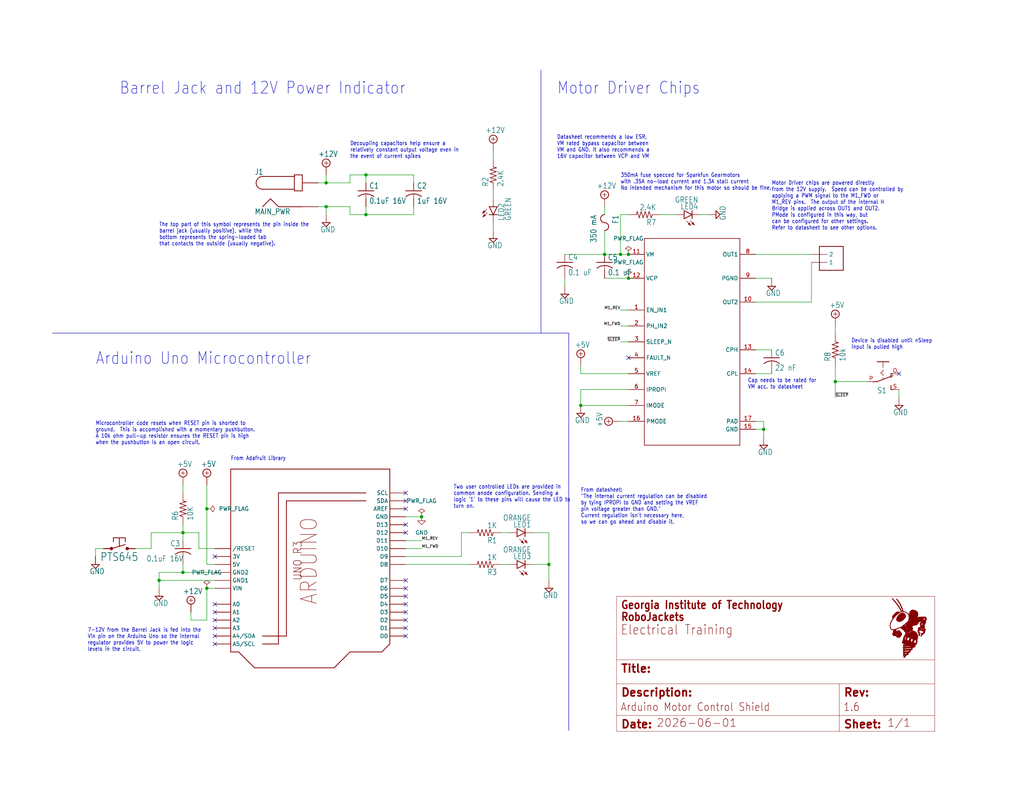
<source format=kicad_sch>
(kicad_sch (version 20230121) (generator eeschema)
  (paper "User" 326.949 254.33)
  (lib_symbols
    (symbol "power:GND" (power) (pin_names (offset 0))
      (property "Value" "GND" (at 0 -3.81 0))
      (symbol "GND_1_1"
        (pin power_in line (at 0 0 270) (length 0) hide (name "GND") (number "1"))
      )
    )
    (symbol "power:PWR_FLAG" (power) (pin_numbers hide) (pin_names (offset 0) hide)
      (property "Value" "PWR_FLAG" (at 0 3.81 0))
      (symbol "PWR_FLAG_0_0"
        (pin power_out line (at 0 0 90) (length 0) (name "pwr") (number "1"))
      )
    )
    (symbol "training_board-eagle-import:+12V" (power)
      (property "Value" "+12V" (at -2.54 3.175 0))
      (symbol "+12V_1_0"
        (pin power_in line (at 0 -2.54 90) (length 2.54) (name "+12V") (number "1"))
      )
    )
    (symbol "training_board-eagle-import:+5V" (power)
      (property "Value" "+5V" (at -1.905 3.175 0))
      (symbol "+5V_1_0"
        (pin power_in line (at 0 -2.54 90) (length 2.54) (name "+5V") (number "1"))
      )
    )
    (symbol "training_board-eagle-import:1X2-3.5MM"
      (symbol "1X2-3.5MM_1_0"
        (pin passive line (at -5.08 2.54 0) (length 5.08) (name "1") (number "1"))
        (pin passive line (at -5.08 0 0) (length 5.08) (name "2") (number "2"))
      )
    )
    (symbol "training_board-eagle-import:ARDUINOR3-NOIOREF-NOTEXT"
      (symbol "ARDUINOR3-NOIOREF-NOTEXT_1_0"
        (text "ARDUINO" (at -17.78 2.54 0) (effects (font (size 5.08 4.318)) (justify left bottom)))
        (text "UNO R3" (at -10.16 -2.54 0) (effects (font (size 2.54 2.159)) (justify left bottom)))
        (pin power_in line (at -5.08 -30.48 90) (length 5.08) (name "3V") (number "3V"))
        (pin power_in line (at -2.54 -30.48 90) (length 5.08) (name "5V") (number "5V"))
        (pin bidirectional line (at 10.16 -30.48 90) (length 5.08) (name "A0") (number "A0"))
        (pin bidirectional line (at 12.7 -30.48 90) (length 5.08) (name "A1") (number "A1"))
        (pin bidirectional line (at 15.24 -30.48 90) (length 5.08) (name "A2") (number "A2"))
        (pin bidirectional line (at 17.78 -30.48 90) (length 5.08) (name "A3") (number "A3"))
        (pin bidirectional line (at 20.32 -30.48 90) (length 5.08) (name "A4/SDA") (number "A4"))
        (pin bidirectional line (at 22.86 -30.48 90) (length 5.08) (name "A5/SCL") (number "A5"))
        (pin bidirectional line (at -20.32 30.48 270) (length 5.08) (name "AREF") (number "AREF"))
        (pin bidirectional line (at 20.32 30.48 270) (length 5.08) (name "D0") (number "D0"))
        (pin bidirectional line (at 17.78 30.48 270) (length 5.08) (name "D1") (number "D1"))
        (pin bidirectional line (at -7.62 30.48 270) (length 5.08) (name "D10") (number "D10"))
        (pin bidirectional line (at -10.16 30.48 270) (length 5.08) (name "D11") (number "D11"))
        (pin bidirectional line (at -12.7 30.48 270) (length 5.08) (name "D12") (number "D12"))
        (pin bidirectional line (at -15.24 30.48 270) (length 5.08) (name "D13") (number "D13"))
        (pin bidirectional line (at 15.24 30.48 270) (length 5.08) (name "D2") (number "D2"))
        (pin bidirectional line (at 12.7 30.48 270) (length 5.08) (name "D3") (number "D3"))
        (pin bidirectional line (at 10.16 30.48 270) (length 5.08) (name "D4") (number "D4"))
        (pin bidirectional line (at 7.62 30.48 270) (length 5.08) (name "D5") (number "D5"))
        (pin bidirectional line (at 5.08 30.48 270) (length 5.08) (name "D6") (number "D6"))
        (pin bidirectional line (at 2.54 30.48 270) (length 5.08) (name "D7") (number "D7"))
        (pin bidirectional line (at -2.54 30.48 270) (length 5.08) (name "D8") (number "D8"))
        (pin bidirectional line (at -5.08 30.48 270) (length 5.08) (name "D9") (number "D9"))
        (pin power_in line (at -17.78 30.48 270) (length 5.08) (name "GND") (number "GND"))
        (pin power_in line (at 2.54 -30.48 90) (length 5.08) (name "GND1") (number "GND1"))
        (pin power_in line (at 0 -30.48 90) (length 5.08) (name "GND2") (number "GND2"))
        (pin bidirectional line (at -7.62 -30.48 90) (length 5.08) (name "/RESET") (number "RESET"))
        (pin bidirectional line (at -25.4 30.48 270) (length 5.08) (name "SCL") (number "SCL"))
        (pin bidirectional line (at -22.86 30.48 270) (length 5.08) (name "SDA") (number "SDA"))
        (pin power_in line (at 5.08 -30.48 90) (length 5.08) (name "VIN") (number "VIN"))
      )
    )
    (symbol "training_board-eagle-import:C-USC0805"
      (property "Reference" "C" (at 1.016 0.635 0))
      (symbol "C-USC0805_1_0"
        (pin passive line (at 0 2.54 270) (length 2.54) (name "1") (number "1"))
        (pin passive line (at 0 -5.08 90) (length 2.54) (name "2") (number "2"))
      )
    )
    (symbol "training_board-eagle-import:C-USCHIP-0603(1608-METRIC)"
      (property "Reference" "C" (at 1.016 0.635 0))
      (symbol "C-USCHIP-0603(1608-METRIC)_1_0"
        (pin passive line (at 0 2.54 270) (length 2.54) (name "1") (number "1"))
        (pin passive line (at 0 -5.08 90) (length 2.54) (name "2") (number "2"))
      )
    )
    (symbol "training_board-eagle-import:CHIP_FUSE1812"
      (property "Reference" "F" (at -2.54 2.54 0))
      (symbol "CHIP_FUSE1812_1_0"
        (pin bidirectional line (at -2.54 0 0) (length 0) (name "1") (number "1"))
        (pin bidirectional line (at 2.54 0 180) (length 0) (name "2") (number "2"))
      )
    )
    (symbol "training_board-eagle-import:DRV8876PWPRPWP0016J_NV"
      (symbol "DRV8876PWPRPWP0016J_NV_1_0"
        (pin input line (at -20.32 10.16 0) (length 5.08) (name "EN_IN1") (number "1"))
        (pin output line (at 20.32 12.7 180) (length 5.08) (name "OUT2") (number "10"))
        (pin power_in line (at -20.32 27.94 0) (length 5.08) (name "VM") (number "11"))
        (pin power_in line (at -20.32 20.32 0) (length 5.08) (name "VCP") (number "12"))
        (pin passive line (at 20.32 -2.54 180) (length 5.08) (name "CPH") (number "13"))
        (pin passive line (at 20.32 -10.16 180) (length 5.08) (name "CPL") (number "14"))
        (pin power_in line (at 20.32 -27.94 180) (length 5.08) (name "GND") (number "15"))
        (pin input line (at -20.32 -25.4 0) (length 5.08) (name "PMODE") (number "16"))
        (pin power_in line (at 20.32 -25.4 180) (length 5.08) (name "PAD") (number "17"))
        (pin input line (at -20.32 5.08 0) (length 5.08) (name "PH_IN2") (number "2"))
        (pin input line (at -20.32 0 0) (length 5.08) (name "SLEEP_N") (number "3"))
        (pin open_collector line (at -20.32 -5.08 0) (length 5.08) (name "FAULT_N") (number "4"))
        (pin power_in line (at -20.32 -10.16 0) (length 5.08) (name "VREF") (number "5"))
        (pin input line (at -20.32 -15.24 0) (length 5.08) (name "IPROPI") (number "6"))
        (pin input line (at -20.32 -20.32 0) (length 5.08) (name "IMODE") (number "7"))
        (pin output line (at 20.32 27.94 180) (length 5.08) (name "OUT1") (number "8"))
        (pin power_in line (at 20.32 20.32 180) (length 5.08) (name "PGND") (number "9"))
      )
    )
    (symbol "training_board-eagle-import:EG1218S"
      (property "Reference" "S" (at -6.35 -1.905 90))
      (symbol "EG1218S_1_0"
        (pin passive line (at 0 5.08 270) (length 2.54) (name "O") (number "O"))
        (pin passive line (at 2.54 -5.08 90) (length 2.54) (name "P") (number "P"))
        (pin passive line (at 5.08 5.08 270) (length 2.54) (name "S") (number "S"))
      )
    )
    (symbol "training_board-eagle-import:FRAME_A_L"
      (symbol "FRAME_A_L_1_0"
        (text "1" (at 23.2833 213.995 0) (effects (font (size 2.54 2.286))))
        (text "2" (at 69.85 213.995 0) (effects (font (size 2.54 2.286))))
        (text "3" (at 116.4167 213.995 0) (effects (font (size 2.54 2.286))))
        (text "4" (at 162.9833 213.995 0) (effects (font (size 2.54 2.286))))
        (text "5" (at 209.55 213.995 0) (effects (font (size 2.54 2.286))))
        (text "6" (at 256.1167 213.995 0) (effects (font (size 2.54 2.286))))
        (text "A" (at 1.905 194.31 0) (effects (font (size 2.54 2.286))))
        (text "A" (at 277.495 194.31 0) (effects (font (size 2.54 2.286))))
        (text "B" (at 1.905 151.13 0) (effects (font (size 2.54 2.286))))
        (text "B" (at 277.495 151.13 0) (effects (font (size 2.54 2.286))))
        (text "C" (at 1.905 107.95 0) (effects (font (size 2.54 2.286))))
        (text "C" (at 277.495 107.95 0) (effects (font (size 2.54 2.286))))
        (text "D" (at 1.905 64.77 0) (effects (font (size 2.54 2.286))))
        (text "D" (at 277.495 64.77 0) (effects (font (size 2.54 2.286))))
        (text "E" (at 1.905 21.59 0) (effects (font (size 2.54 2.286))))
        (text "E" (at 277.495 21.59 0) (effects (font (size 2.54 2.286))))
      )
      (symbol "FRAME_A_L_2_0"
        (text "${#}/${##}" (at 86.36 1.27 0) (effects (font (size 2.54 2.54)) (justify left bottom)))
        (text "${CURRENT_DATE}" (at 12.7 1.27 0) (effects (font (size 2.54 2.54)) (justify left bottom)))
        (text "${PROJECTNAME}" (at 15.24 19.05 0) (effects (font (size 2.54 2.54)) (justify left bottom)))
        (text "${REVISION}" (at 72.39 6.35 0) (effects (font (size 2.54 2.159)) (justify left bottom)))
        (text "${SCH_DESC}" (at 1.27 6.35 0) (effects (font (size 2.54 2.159)) (justify left bottom)))
        (text "${TEAM}" (at 1.27 34.29 0) (effects (font (size 3.048 2.5908)) (justify left top)))
        (text "Date:" (at 1.27 3.81 0) (effects (font (size 2.54 2.54) (thickness 0.508) bold) (justify left top)))
        (text "Description:" (at 1.27 13.97 0) (effects (font (size 2.54 2.54) (thickness 0.508) bold) (justify left top)))
        (text "Georgia Institute of Technology" (at 1.27 41.91 0) (effects (font (size 2.54 2.159) (thickness 0.4318) bold) (justify left top)))
        (text "Rev:" (at 72.39 13.97 0) (effects (font (size 2.54 2.54) (thickness 0.508) bold) (justify left top)))
        (text "RoboJackets" (at 1.27 38.1 0) (effects (font (size 2.54 2.159) (thickness 0.4318) bold) (justify left top)))
        (text "Sheet:" (at 72.39 3.81 0) (effects (font (size 2.54 2.54) (thickness 0.508) bold) (justify left top)))
        (text "Title:" (at 1.27 21.59 0) (effects (font (size 2.54 2.54) (thickness 0.508) bold) (justify left top)))
      )
    )
    (symbol "training_board-eagle-import:GND" (power)
      (property "Value" "GND" (at -1.905 -3.175 0))
      (symbol "GND_1_0"
        (pin power_in line (at 0 2.54 270) (length 2.54) (name "GND") (number "1"))
      )
    )
    (symbol "training_board-eagle-import:LEDCHIP-LED0603"
      (property "Reference" "LED" (at 3.556 -4.572 90))
      (symbol "LEDCHIP-LED0603_1_0"
        (pin passive line (at 0 2.54 270) (length 2.54) (name "A") (number "A"))
        (pin passive line (at 0 -5.08 90) (length 2.54) (name "C") (number "C"))
      )
    )
    (symbol "training_board-eagle-import:PJ-037A"
      (property "Reference" "J" (at -10.16 7.62 0))
      (symbol "PJ-037A_1_0"
        (pin bidirectional line (at 10.16 -2.54 180) (length 5.08) (name "2") (number "P$1"))
        (pin bidirectional line (at 10.16 5.08 180) (length 5.08) (name "1") (number "P$2"))
      )
    )
    (symbol "training_board-eagle-import:PTS645"
      (symbol "PTS645_1_0"
        (pin passive line (at -5.08 0 0) (length 2.54) (name "1") (number "1"))
        (pin passive line (at -5.08 0 0) (length 2.54) (name "1") (number "2"))
        (pin passive line (at 5.08 0 180) (length 2.54) (name "2") (number "3"))
        (pin passive line (at 5.08 0 180) (length 2.54) (name "2") (number "4"))
      )
    )
    (symbol "training_board-eagle-import:R-US_R0603"
      (property "Reference" "R" (at -3.81 1.4986 0))
      (symbol "R-US_R0603_1_0"
        (pin passive line (at -5.08 0 0) (length 2.54) (name "1") (number "1"))
        (pin passive line (at 5.08 0 180) (length 2.54) (name "2") (number "2"))
      )
    )
  )
  (junction (at 58.42 182.88))
  (junction (at 116.84 55.88))
  (junction (at 116.84 68.58))
  (junction (at 66.04 187.96))
  (junction (at 198.12 81.28))
  (junction (at 266.7 121.92))
  (junction (at 185.42 129.54))
  (junction (at 58.42 170.18))
  (junction (at 50.8 185.42))
  (junction (at 193.04 81.28))
  (junction (at 243.84 137.16))
  (junction (at 200.66 81.28))
  (junction (at 104.14 66.04))
  (junction (at 104.14 58.42))
  (junction (at 134.62 165.1))
  (junction (at 175.26 180.34))
  (junction (at 66.04 162.56))
  (junction (at 200.66 88.9))
  (no_connect (at 129.54 157.48))
  (no_connect (at 68.58 205.74))
  (no_connect (at 129.54 162.56))
  (no_connect (at 129.54 195.58))
  (no_connect (at 68.58 195.58))
  (no_connect (at 129.54 187.96))
  (no_connect (at 129.54 185.42))
  (no_connect (at 68.58 203.2))
  (no_connect (at 200.66 114.3))
  (no_connect (at 68.58 177.8))
  (no_connect (at 129.54 200.66))
  (no_connect (at 68.58 193.04))
  (no_connect (at 68.58 198.12))
  (no_connect (at 129.54 203.2))
  (no_connect (at 129.54 198.12))
  (no_connect (at 129.54 160.02))
  (no_connect (at 129.54 167.64))
  (no_connect (at 129.54 170.18))
  (no_connect (at 129.54 193.04))
  (no_connect (at 287.02 119.38))
  (no_connect (at 129.54 190.5))
  (no_connect (at 68.58 200.66))
  (wire (pts (xy 210.82 68.58) (xy 215.9 68.58)) (stroke (width 0.1524)))
  (wire (pts (xy 185.42 124.46) (xy 185.42 129.54)) (stroke (width 0.1524)))
  (wire (pts (xy 266.7 106.68) (xy 266.7 104.14)) (stroke (width 0.1524)))
  (wire (pts (xy 48.26 170.18) (xy 58.42 170.18)) (stroke (width 0.1524)))
  (wire (pts (xy 50.8 182.88) (xy 50.8 185.42)) (stroke (width 0.1524)))
  (wire (pts (xy 149.86 170.18) (xy 147.32 170.18)) (stroke (width 0.1524)))
  (wire (pts (xy 185.42 119.38) (xy 185.42 116.84)) (stroke (width 0.1524)))
  (wire (pts (xy 160.02 180.34) (xy 162.56 180.34)) (stroke (width 0.1524)))
  (wire (pts (xy 157.48 71.12) (xy 157.48 73.66)) (stroke (width 0.1524)))
  (wire (pts (xy 200.66 124.46) (xy 185.42 124.46)) (stroke (width 0.1524)))
  (wire (pts (xy 66.04 180.34) (xy 66.04 162.56)) (stroke (width 0.1524)))
  (wire (pts (xy 30.48 175.26) (xy 30.48 177.8)) (stroke (width 0.1524)))
  (wire (pts (xy 287.02 124.46) (xy 287.02 127)) (stroke (width 0.1524)))
  (wire (pts (xy 33.02 175.26) (xy 30.48 175.26)) (stroke (width 0.1524)))
  (wire (pts (xy 50.8 185.42) (xy 50.8 187.96)) (stroke (width 0.1524)))
  (wire (pts (xy 198.12 68.58) (xy 198.12 81.28)) (stroke (width 0.1524)))
  (wire (pts (xy 58.42 154.94) (xy 58.42 157.48)) (stroke (width 0.1524)))
  (wire (pts (xy 200.66 129.54) (xy 185.42 129.54)) (stroke (width 0.1524)))
  (wire (pts (xy 101.6 58.42) (xy 104.14 58.42)) (stroke (width 0.1524)))
  (wire (pts (xy 134.62 165.1) (xy 129.54 165.1)))
  (wire (pts (xy 241.3 111.76) (xy 246.38 111.76)) (stroke (width 0.1524)))
  (wire (pts (xy 63.5 170.18) (xy 58.42 170.18)) (stroke (width 0.1524)))
  (wire (pts (xy 223.52 68.58) (xy 226.06 68.58)) (stroke (width 0.1524)))
  (wire (pts (xy 58.42 167.64) (xy 58.42 170.18)) (stroke (width 0.1524)))
  (wire (pts (xy 170.18 180.34) (xy 175.26 180.34)) (stroke (width 0.1524)))
  (wire (pts (xy 200.66 68.58) (xy 198.12 68.58)) (stroke (width 0.1524)))
  (wire (pts (xy 193.04 73.66) (xy 193.04 81.28)) (stroke (width 0.1524)))
  (wire (pts (xy 266.7 121.92) (xy 266.7 127)) (stroke (width 0.1524)))
  (wire (pts (xy 111.76 68.58) (xy 111.76 66.04)) (stroke (width 0.1524)))
  (wire (pts (xy 132.08 66.04) (xy 132.08 68.58)) (stroke (width 0.1524)))
  (wire (pts (xy 111.76 66.04) (xy 104.14 66.04)) (stroke (width 0.1524)))
  (wire (pts (xy 66.04 198.12) (xy 60.96 198.12)) (stroke (width 0.1524)))
  (wire (pts (xy 200.66 109.22) (xy 198.12 109.22)) (stroke (width 0.1524)))
  (wire (pts (xy 200.66 81.28) (xy 198.12 81.28)) (stroke (width 0.1524)))
  (wire (pts (xy 132.08 58.42) (xy 132.08 55.88)) (stroke (width 0.1524)))
  (wire (pts (xy 68.58 187.96) (xy 66.04 187.96)) (stroke (width 0.1524)))
  (polyline (pts (xy 181.61 233.426) (xy 181.61 106.426)) (stroke (width 0.1524) (type solid)))
  (wire (pts (xy 266.7 116.84) (xy 266.7 121.92)) (stroke (width 0.1524)))
  (wire (pts (xy 58.42 182.88) (xy 50.8 182.88)) (stroke (width 0.1524)))
  (wire (pts (xy 259.08 96.52) (xy 259.08 83.82)) (stroke (width 0.1524)))
  (wire (pts (xy 132.08 68.58) (xy 116.84 68.58)) (stroke (width 0.1524)))
  (wire (pts (xy 129.54 175.26) (xy 134.62 175.26)) (stroke (width 0.1524)))
  (wire (pts (xy 132.08 55.88) (xy 116.84 55.88)) (stroke (width 0.1524)))
  (wire (pts (xy 147.32 177.8) (xy 147.32 170.18)) (stroke (width 0.1524)))
  (wire (pts (xy 50.8 185.42) (xy 68.58 185.42)) (stroke (width 0.1524)))
  (wire (pts (xy 66.04 187.96) (xy 66.04 198.12)) (stroke (width 0.1524)))
  (wire (pts (xy 157.48 48.26) (xy 157.48 50.8)) (stroke (width 0.1524)))
  (wire (pts (xy 58.42 180.34) (xy 58.42 182.88)) (stroke (width 0.1524)))
  (wire (pts (xy 276.86 121.92) (xy 266.7 121.92)) (stroke (width 0.1524)))
  (wire (pts (xy 111.76 58.42) (xy 104.14 58.42)) (stroke (width 0.1524)))
  (wire (pts (xy 241.3 81.28) (xy 259.08 81.28)) (stroke (width 0.1524)))
  (wire (pts (xy 200.66 134.62) (xy 198.12 134.62)) (stroke (width 0.1524)))
  (wire (pts (xy 111.76 55.88) (xy 111.76 58.42)) (stroke (width 0.1524)))
  (wire (pts (xy 129.54 172.72) (xy 134.62 172.72)) (stroke (width 0.1524)))
  (wire (pts (xy 193.04 81.28) (xy 180.34 81.28)) (stroke (width 0.1524)))
  (wire (pts (xy 116.84 58.42) (xy 116.84 55.88)) (stroke (width 0.1524)))
  (wire (pts (xy 241.3 119.38) (xy 246.38 119.38)) (stroke (width 0.1524)))
  (wire (pts (xy 200.66 104.14) (xy 198.12 104.14)) (stroke (width 0.1524)))
  (wire (pts (xy 241.3 96.52) (xy 259.08 96.52)) (stroke (width 0.1524)))
  (wire (pts (xy 241.3 137.16) (xy 243.84 137.16)) (stroke (width 0.1524)))
  (wire (pts (xy 129.54 180.34) (xy 149.86 180.34)) (stroke (width 0.1524)))
  (wire (pts (xy 66.04 162.56) (xy 66.04 154.94)) (stroke (width 0.1524)))
  (wire (pts (xy 58.42 182.88) (xy 68.58 182.88)) (stroke (width 0.1524)))
  (wire (pts (xy 129.54 177.8) (xy 147.32 177.8)) (stroke (width 0.1524)))
  (wire (pts (xy 116.84 68.58) (xy 111.76 68.58)) (stroke (width 0.1524)))
  (wire (pts (xy 48.26 175.26) (xy 48.26 170.18)) (stroke (width 0.1524)))
  (wire (pts (xy 162.56 170.18) (xy 160.02 170.18)) (stroke (width 0.1524)))
  (wire (pts (xy 193.04 88.9) (xy 200.66 88.9)) (stroke (width 0.1524)))
  (wire (pts (xy 116.84 55.88) (xy 111.76 55.88)) (stroke (width 0.1524)))
  (wire (pts (xy 104.14 58.42) (xy 104.14 55.88)) (stroke (width 0.1524)))
  (wire (pts (xy 241.3 134.62) (xy 243.84 134.62)) (stroke (width 0.1524)))
  (wire (pts (xy 170.18 170.18) (xy 175.26 170.18)) (stroke (width 0.1524)))
  (wire (pts (xy 175.26 180.34) (xy 175.26 185.42)) (stroke (width 0.1524)))
  (polyline (pts (xy 172.72 106.426) (xy 172.72 22.352)) (stroke (width 0.1524) (type solid)))
  (wire (pts (xy 200.66 99.06) (xy 198.12 99.06)) (stroke (width 0.1524)))
  (wire (pts (xy 175.26 170.18) (xy 175.26 180.34)) (stroke (width 0.1524)))
  (wire (pts (xy 68.58 180.34) (xy 66.04 180.34)) (stroke (width 0.1524)))
  (wire (pts (xy 43.18 175.26) (xy 48.26 175.26)) (stroke (width 0.1524)))
  (wire (pts (xy 241.3 88.9) (xy 246.38 88.9)) (stroke (width 0.1524)))
  (wire (pts (xy 116.84 66.04) (xy 116.84 68.58)) (stroke (width 0.1524)))
  (polyline (pts (xy 16.764 106.426) (xy 181.61 106.426)) (stroke (width 0.1524) (type solid)))
  (wire (pts (xy 243.84 134.62) (xy 243.84 137.16)) (stroke (width 0.1524)))
  (wire (pts (xy 63.5 175.26) (xy 63.5 170.18)) (stroke (width 0.1524)))
  (wire (pts (xy 104.14 66.04) (xy 104.14 68.58)) (stroke (width 0.1524)))
  (wire (pts (xy 180.34 88.9) (xy 180.34 91.44)) (stroke (width 0.1524)))
  (wire (pts (xy 157.48 60.96) (xy 157.48 63.5)) (stroke (width 0.1524)))
  (wire (pts (xy 193.04 68.58) (xy 193.04 66.04)) (stroke (width 0.1524)))
  (wire (pts (xy 243.84 137.16) (xy 243.84 139.7)) (stroke (width 0.1524)))
  (wire (pts (xy 200.66 119.38) (xy 185.42 119.38)) (stroke (width 0.1524)))
  (wire (pts (xy 101.6 66.04) (xy 104.14 66.04)) (stroke (width 0.1524)))
  (wire (pts (xy 198.12 81.28) (xy 193.04 81.28)) (stroke (width 0.1524)))
  (wire (pts (xy 63.5 175.26) (xy 68.58 175.26)) (stroke (width 0.1524)))
  (wire (pts (xy 60.96 195.58) (xy 60.96 198.12)) (stroke (width 0.1524)))
  (wire (pts (xy 58.42 170.18) (xy 58.42 172.72)) (stroke (width 0.1524)))
  (text "Device is disabled until nSleep\ninput is pulled high" (at 271.78 111.76 0) (effects (font (size 1.27 1.0795)) (justify left bottom)))
  (text "Decoupling capacitors help ensure a\nrelatively constant output voltage even in\nthe event of current spikes" (at 111.76 50.8 0) (effects (font (size 1.27 1.0795)) (justify left bottom)))
  (text "Cap needs to be rated for\nVM acc. to datasheet" (at 238.76 124.46 0) (effects (font (size 1.27 1.0795)) (justify left bottom)))
  (text "Two user controlled LEDs are provided in\ncommon anode configuration. Sending a\nlogic '1' to these pins will cause the LED to\nturn on." (at 144.78 162.56 0) (effects (font (size 1.27 1.0795)) (justify left bottom)))
  (text "The top part of this symbol represents the pin inside the\nbarrel jack (usually positive), while the\nbottom represents the spring-loaded tab\nthat contacts the outside (usually negative)." (at 50.8 78.74 0) (effects (font (size 1.27 1.0795)) (justify left bottom)))
  (text "Microcontroller code resets when RESET pin is shorted to\nground.  This is accomplished with a momentary pushbutton.\nA 10k ohm pull-up resistor ensures the RESET pin is high\nwhen the pushbutton is an open circuit." (at 30.48 142.24 0) (effects (font (size 1.27 1.0795)) (justify left bottom)))
  (text "Barrel Jack and 12V Power Indicator" (at 38.1 30.48 0) (effects (font (size 3.81 3.2385)) (justify left bottom)))
  (text "From Adafruit Library" (at 73.66 147.32 0) (effects (font (size 1.27 1.0795)) (justify left bottom)))
  (text "Datasheet recommends a low ESR,\nVM rated bypass capacitor between\nVM and GND. It also recommends a\n16V capacitor between VCP and VM" (at 177.8 50.8 0) (effects (font (size 1.27 1.0795)) (justify left bottom)))
  (text "7-12V from the Barrel Jack is fed into the\nVin pin on the Arduino Uno so the internal\nregulator provides 5V to power the logic\nlevels in the circuit." (at 27.94 208.28 0) (effects (font (size 1.27 1.0795)) (justify left bottom)))
  (text "Motor Driver chips are powered directly\nfrom the 12V supply.  Speed can be controlled by\napplying a PWM signal to the M1_FWD or\nM1_REV pins.  The output of the internal H\nBridge is applied across OUT1 and OUT2.\nPMode is configured in this way, but\ncan be configured for other settings.\nRefer to datasheet to see other options." (at 246.38 73.66 0) (effects (font (size 1.27 1.0795)) (justify left bottom)))
  (text "From datasheet:\n\"The internal current regulation can be disabled\nby tying IPROPI to GND and setting the VREF\npin voltage greater than GND.\"\nCurrent regulation isn't necessary here,\nso we can go ahead and disable it." (at 185.42 167.64 0) (effects (font (size 1.27 1.0795)) (justify left bottom)))
  (text "350mA fuse specced for Sparkfun Gearmotors\nwith .35A no-load current and 1.3A stall current\nNo intended mechanism for this motor so should be fine." (at 198.12 60.96 0) (effects (font (size 1.27 1.0795)) (justify left bottom)))
  (text "Motor Driver Chips" (at 177.8 30.48 0) (effects (font (size 3.81 3.2385)) (justify left bottom)))
  (text "Arduino Uno Microcontroller" (at 30.48 116.84 0) (effects (font (size 3.81 3.2385)) (justify left bottom)))
  (label "M1_REV" (at 134.62 172.72 0) (effects (font (size 0.889 0.889))))
  (label "M1_REV" (at 198.12 99.06 180) (effects (font (size 0.889 0.889))))
  (label "~{SLEEP}" (at 266.7 127 0) (effects (font (size 0.889 0.889))))
  (label "~{SLEEP}" (at 198.12 109.22 180) (effects (font (size 0.889 0.889))))
  (label "M1_FWD" (at 134.62 175.26 0) (effects (font (size 0.889 0.889))))
  (label "M1_FWD" (at 198.12 104.14 180) (effects (font (size 0.889 0.889))))
  (symbol (lib_id "training_board-eagle-import:GND") (at 180.34 93.98 0) (unit 1)
    (property "Reference" "#SUPPLY015" (effects hide))
    (property "Value" "GND" (at 178.435 97.155 0) (effects (font (size 1.778 1.5113)) (justify left bottom)))
  )
  (symbol (lib_id "training_board-eagle-import:C-USC0805") (at 116.84 60.96 0) (unit 1)
    (property "Reference" "C1" (at 117.856 60.325 0) (effects (font (size 1.778 1.5113)) (justify left bottom)))
    (property "Value" "0.1uF 16V" (at 117.856 65.151 0) (effects (font (size 1.778 1.5113)) (justify left bottom)))
    (property "Footprint" "training_board:C0805" (effects hide))
  )
  (symbol (lib_id "training_board-eagle-import:+5V") (at 185.42 114.3 0) (unit 1)
    (property "Reference" "#SUPPLY021" (effects hide))
    (property "Value" "+5V" (at 183.515 111.125 0) (effects (font (size 1.778 1.5113)) (justify left bottom)))
  )
  (symbol (lib_id "power:GND") (at 134.62 165.1 0) (unit 1)
    (property "Reference" "#PWR01" (effects hide))
    (property "Value" "GND" (at 134.62 170.18 0))
  )
  (symbol (lib_id "training_board-eagle-import:LEDCHIP-LED0603") (at 218.44 68.58 90) (unit 1)
    (property "Reference" "LED4" (at 223.012 65.024 90) (effects (font (size 1.778 1.5113)) (justify left bottom)))
    (property "Value" "GREEN" (at 223.012 62.865 90) (effects (font (size 1.778 1.5113)) (justify left bottom)))
    (property "Footprint" "training_board:CHIP-LED0603" (effects hide))
  )
  (symbol (lib_id "training_board-eagle-import:C-USCHIP-0603(1608-METRIC)") (at 246.38 114.3 0) (unit 1)
    (property "Reference" "C6" (at 247.396 113.665 0) (effects (font (size 1.778 1.5113)) (justify left bottom)))
    (property "Value" "22 nF" (at 247.396 118.491 0) (effects (font (size 1.778 1.5113)) (justify left bottom)))
    (property "Footprint" "training_board:CAPC1608X85" (effects hide))
  )
  (symbol (lib_id "training_board-eagle-import:R-US_R0603") (at 205.74 68.58 180) (unit 1)
    (property "Reference" "R7" (at 209.55 70.0786 0) (effects (font (size 1.778 1.5113)) (justify left bottom)))
    (property "Value" "2.4K" (at 209.55 65.278 0) (effects (font (size 1.778 1.5113)) (justify left bottom)))
    (property "Footprint" "training_board:R0603" (effects hide))
  )
  (symbol (lib_id "training_board-eagle-import:R-US_R0603") (at 154.94 180.34 180) (unit 1)
    (property "Reference" "R3" (at 158.75 181.8386 0) (effects (font (size 1.778 1.5113)) (justify left bottom)))
    (property "Value" "1K" (at 158.75 177.038 0) (effects (font (size 1.778 1.5113)) (justify left bottom)))
    (property "Footprint" "training_board:R0603" (effects hide))
  )
  (symbol (lib_id "training_board-eagle-import:C-USCHIP-0603(1608-METRIC)") (at 180.34 83.82 0) (unit 1)
    (property "Reference" "C4" (at 181.356 83.185 0) (effects (font (size 1.778 1.5113)) (justify left bottom)))
    (property "Value" "0.1 uF" (at 181.356 88.011 0) (effects (font (size 1.778 1.5113)) (justify left bottom)))
    (property "Footprint" "training_board:CAPC1608X85" (effects hide))
  )
  (symbol (lib_id "training_board-eagle-import:GND") (at 50.8 190.5 0) (unit 1)
    (property "Reference" "#SUPPLY09" (effects hide))
    (property "Value" "GND" (at 48.895 193.675 0) (effects (font (size 1.778 1.5113)) (justify left bottom)))
  )
  (symbol (lib_id "training_board-eagle-import:PTS645") (at 38.1 175.26 0) (unit 1)
    (property "Reference" "SW1" (effects hide))
    (property "Value" "PTS645" (at 38.1 176.53 0) (effects (font (size 2.54 2.159)) (justify top)))
    (property "Footprint" "training_board:PTS645" (effects hide))
    (property "FUNCTION" "RESET" (effects hide))
  )
  (symbol (lib_id "power:PWR_FLAG") (at 200.66 88.9 0) (unit 1)
    (property "Reference" "#FLG05" (effects hide))
    (property "Value" "PWR_FLAG" (at 200.66 83.82 0))
  )
  (symbol (lib_id "training_board-eagle-import:R-US_R0603") (at 154.94 170.18 180) (unit 1)
    (property "Reference" "R1" (at 158.75 171.6786 0) (effects (font (size 1.778 1.5113)) (justify left bottom)))
    (property "Value" "1K" (at 158.75 166.878 0) (effects (font (size 1.778 1.5113)) (justify left bottom)))
    (property "Footprint" "training_board:R0603" (effects hide))
  )
  (symbol (lib_id "training_board-eagle-import:GND") (at 104.14 71.12 0) (unit 1)
    (property "Reference" "#SUPPLY07" (effects hide))
    (property "Value" "GND" (at 102.235 74.295 0) (effects (font (size 1.778 1.5113)) (justify left bottom)))
  )
  (symbol (lib_id "power:PWR_FLAG") (at 200.66 81.28 0) (unit 1)
    (property "Reference" "#FLG04" (effects hide))
    (property "Value" "PWR_FLAG" (at 200.66 76.2 0))
  )
  (symbol (lib_id "training_board-eagle-import:R-US_R0603") (at 266.7 111.76 90) (unit 1)
    (property "Reference" "R8" (at 265.2014 115.57 0) (effects (font (size 1.778 1.5113)) (justify left bottom)))
    (property "Value" "10k" (at 270.002 115.57 0) (effects (font (size 1.778 1.5113)) (justify left bottom)))
    (property "Footprint" "training_board:R0603" (effects hide))
  )
  (symbol (lib_id "training_board-eagle-import:+12V") (at 60.96 193.04 0) (unit 1)
    (property "Reference" "#SUPPLY01" (effects hide))
    (property "Value" "+12V" (at 58.42 189.865 0) (effects (font (size 1.778 1.5113)) (justify left bottom)))
  )
  (symbol (lib_id "training_board-eagle-import:LEDCHIP-LED0603") (at 157.48 66.04 0) (unit 1)
    (property "Reference" "LED2" (at 161.036 70.612 90) (effects (font (size 1.778 1.5113)) (justify left bottom)))
    (property "Value" "GREEN" (at 163.195 70.612 90) (effects (font (size 1.778 1.5113)) (justify left bottom)))
    (property "Footprint" "training_board:CHIP-LED0603" (effects hide))
  )
  (symbol (lib_id "training_board-eagle-import:LEDCHIP-LED0603") (at 165.1 170.18 90) (unit 1)
    (property "Reference" "LED1" (at 169.672 166.624 90) (effects (font (size 1.778 1.5113)) (justify left bottom)))
    (property "Value" "ORANGE" (at 169.672 164.465 90) (effects (font (size 1.778 1.5113)) (justify left bottom)))
    (property "Footprint" "training_board:CHIP-LED0603" (effects hide))
  )
  (symbol (lib_id "training_board-eagle-import:ARDUINOR3-NOIOREF-NOTEXT") (at 99.06 182.88 270) (unit 1)
    (property "Reference" "Q2" (effects hide))
    (property "Value" "ARDUINOR3-NOIOREF-NOTEXT" (effects hide))
    (property "Footprint" "training_board:ARDUINOR3-NOTEXT-NOIOREF" (effects hide))
  )
  (symbol (lib_id "training_board-eagle-import:+5V") (at 66.04 152.4 0) (unit 1)
    (property "Reference" "#SUPPLY05" (effects hide))
    (property "Value" "+5V" (at 64.135 149.225 0) (effects (font (size 1.778 1.5113)) (justify left bottom)))
  )
  (symbol (lib_id "power:PWR_FLAG") (at 66.04 162.56 270) (unit 1)
    (property "Reference" "#FLG03" (effects hide))
    (property "Value" "PWR_FLAG" (at 69.85 162.56 90) (effects (justify left)))
  )
  (symbol (lib_id "training_board-eagle-import:GND") (at 246.38 91.44 0) (unit 1)
    (property "Reference" "#SUPPLY022" (effects hide))
    (property "Value" "GND" (at 244.475 94.615 0) (effects (font (size 1.778 1.5113)) (justify left bottom)))
  )
  (symbol (lib_id "training_board-eagle-import:GND") (at 228.6 68.58 90) (unit 1)
    (property "Reference" "#SUPPLY02" (effects hide))
    (property "Value" "GND" (at 231.775 70.485 0) (effects (font (size 1.778 1.5113)) (justify left bottom)))
  )
  (symbol (lib_id "training_board-eagle-import:C-USCHIP-0603(1608-METRIC)") (at 193.04 83.82 0) (unit 1)
    (property "Reference" "C5" (at 194.056 83.185 0) (effects (font (size 1.778 1.5113)) (justify left bottom)))
    (property "Value" "0.1 uF" (at 194.056 88.011 0) (effects (font (size 1.778 1.5113)) (justify left bottom)))
    (property "Footprint" "training_board:CAPC1608X85" (effects hide))
  )
  (symbol (lib_id "training_board-eagle-import:R-US_R0603") (at 157.48 55.88 90) (unit 1)
    (property "Reference" "R2" (at 155.9814 59.69 0) (effects (font (size 1.778 1.5113)) (justify left bottom)))
    (property "Value" "2.4K" (at 160.782 59.69 0) (effects (font (size 1.778 1.5113)) (justify left bottom)))
    (property "Footprint" "training_board:R0603" (effects hide))
  )
  (symbol (lib_id "training_board-eagle-import:DRV8876PWPRPWP0016J_NV") (at 220.98 109.22 0) (unit 1)
    (property "Reference" "U2" (effects hide))
    (property "Value" "DRV8876PWPRPWP0016J_NV" (effects hide))
    (property "Footprint" "training_board:PWP0016J_NV" (effects hide))
  )
  (symbol (lib_id "training_board-eagle-import:FRAME_A_L") (at 196.85 233.68 0) (unit 2)
    (property "Reference" "#FRAME1" (effects hide))
    (property "Value" "FRAME_A_L" (effects hide))
    (property "AUTHOR" "Varun Madabushi" (effects hide))
    (property "REVISION" "1.6" (effects hide))
    (property "SCH_DESC" "Arduino Motor Control Shield" (effects hide))
    (property "TEAM" "Electrical Training" (effects hide))
  )
  (symbol (lib_id "training_board-eagle-import:LEDCHIP-LED0603") (at 165.1 180.34 90) (unit 1)
    (property "Reference" "LED3" (at 169.672 176.784 90) (effects (font (size 1.778 1.5113)) (justify left bottom)))
    (property "Value" "ORANGE" (at 169.672 174.625 90) (effects (font (size 1.778 1.5113)) (justify left bottom)))
    (property "Footprint" "training_board:CHIP-LED0603" (effects hide))
  )
  (symbol (lib_id "power:PWR_FLAG") (at 66.04 187.96 0) (unit 1)
    (property "Reference" "#FLG01" (effects hide))
    (property "Value" "PWR_FLAG" (at 66.04 182.88 0))
  )
  (symbol (lib_id "training_board-eagle-import:C-USC0805") (at 58.42 175.26 0) (unit 1)
    (property "Reference" "C3" (at 54.356 174.625 0) (effects (font (size 1.778 1.5113)) (justify left bottom)))
    (property "Value" "0.1uF 16V" (at 46.736 179.451 0) (effects (font (size 1.778 1.5113)) (justify left bottom)))
    (property "Footprint" "training_board:C0805" (effects hide))
  )
  (symbol (lib_id "power:PWR_FLAG") (at 134.62 165.1 0) (unit 1)
    (property "Reference" "#FLG02" (effects hide))
    (property "Value" "PWR_FLAG" (at 134.62 160.02 0))
  )
  (symbol (lib_id "training_board-eagle-import:+5V") (at 266.7 101.6 0) (unit 1)
    (property "Reference" "#SUPPLY03" (effects hide))
    (property "Value" "+5V" (at 264.795 98.425 0) (effects (font (size 1.778 1.5113)) (justify left bottom)))
  )
  (symbol (lib_id "training_board-eagle-import:R-US_R0603") (at 58.42 162.56 90) (unit 1)
    (property "Reference" "R6" (at 56.9214 166.37 0) (effects (font (size 1.778 1.5113)) (justify left bottom)))
    (property "Value" "10K" (at 61.722 166.37 0) (effects (font (size 1.778 1.5113)) (justify left bottom)))
    (property "Footprint" "training_board:R0603" (effects hide))
  )
  (symbol (lib_id "training_board-eagle-import:GND") (at 185.42 132.08 0) (unit 1)
    (property "Reference" "#SUPPLY020" (effects hide))
    (property "Value" "GND" (at 183.515 135.255 0) (effects (font (size 1.778 1.5113)) (justify left bottom)))
  )
  (symbol (lib_id "training_board-eagle-import:C-USC0805") (at 132.08 60.96 0) (unit 1)
    (property "Reference" "C2" (at 133.096 60.325 0) (effects (font (size 1.778 1.5113)) (justify left bottom)))
    (property "Value" "1uF 16V" (at 133.096 65.151 0) (effects (font (size 1.778 1.5113)) (justify left bottom)))
    (property "Footprint" "training_board:C0805" (effects hide))
  )
  (symbol (lib_id "training_board-eagle-import:GND") (at 30.48 180.34 0) (unit 1)
    (property "Reference" "#SUPPLY08" (effects hide))
    (property "Value" "GND" (at 28.575 183.515 0) (effects (font (size 1.778 1.5113)) (justify left bottom)))
  )
  (symbol (lib_id "training_board-eagle-import:+5V") (at 195.58 134.62 90) (unit 1)
    (property "Reference" "#SUPPLY019" (effects hide))
    (property "Value" "+5V" (at 192.405 136.525 0) (effects (font (size 1.778 1.5113)) (justify left bottom)))
  )
  (symbol (lib_id "training_board-eagle-import:+12V") (at 104.14 53.34 0) (unit 1)
    (property "Reference" "#SUPPLY06" (effects hide))
    (property "Value" "+12V" (at 101.6 50.165 0) (effects (font (size 1.778 1.5113)) (justify left bottom)))
  )
  (symbol (lib_id "training_board-eagle-import:GND") (at 157.48 76.2 0) (unit 1)
    (property "Reference" "#SUPPLY016" (effects hide))
    (property "Value" "GND" (at 155.575 79.375 0) (effects (font (size 1.778 1.5113)) (justify left bottom)))
  )
  (symbol (lib_id "training_board-eagle-import:EG1218S") (at 281.94 119.38 270) (unit 1)
    (property "Reference" "S1" (at 280.035 125.73 90) (effects (font (size 1.778 1.5113)) (justify left bottom)))
    (property "Value" "EG1903-ND" (effects hide))
    (property "Footprint" "training_board:EG1218" (effects hide))
  )
  (symbol (lib_id "training_board-eagle-import:GND") (at 175.26 187.96 0) (unit 1)
    (property "Reference" "#SUPPLY04" (effects hide))
    (property "Value" "GND" (at 173.355 191.135 0) (effects (font (size 1.778 1.5113)) (justify left bottom)))
  )
  (symbol (lib_id "training_board-eagle-import:CHIP_FUSE1812") (at 193.04 71.12 270) (unit 1)
    (property "Reference" "F1" (at 195.58 68.58 0) (effects (font (size 1.778 1.5113)) (justify left bottom)))
    (property "Value" "350 mA" (at 190.5 68.58 0) (effects (font (size 1.778 1.5113)) (justify left top)))
    (property "Footprint" "training_board:F1812" (effects hide))
  )
  (symbol (lib_id "training_board-eagle-import:+5V") (at 58.42 152.4 0) (unit 1)
    (property "Reference" "#SUPPLY014" (effects hide))
    (property "Value" "+5V" (at 56.515 149.225 0) (effects (font (size 1.778 1.5113)) (justify left bottom)))
  )
  (symbol (lib_id "training_board-eagle-import:+12V") (at 193.04 63.5 0) (unit 1)
    (property "Reference" "#SUPPLY011" (effects hide))
    (property "Value" "+12V" (at 190.5 60.325 0) (effects (font (size 1.778 1.5113)) (justify left bottom)))
  )
  (symbol (lib_id "training_board-eagle-import:1X2-3.5MM") (at 264.16 81.28 0) (mirror x) (unit 1)
    (property "Reference" "OUT0" (effects hide))
    (property "Value" "1X2-3.5MM" (effects hide))
    (property "Footprint" "training_board:1X2-3.5MM" (effects hide))
  )
  (symbol (lib_id "training_board-eagle-import:GND") (at 243.84 142.24 0) (unit 1)
    (property "Reference" "#SUPPLY018" (effects hide))
    (property "Value" "GND" (at 241.935 145.415 0) (effects (font (size 1.778 1.5113)) (justify left bottom)))
  )
  (symbol (lib_id "training_board-eagle-import:GND") (at 287.02 129.54 0) (unit 1)
    (property "Reference" "#SUPPLY010" (effects hide))
    (property "Value" "GND" (at 285.115 132.715 0) (effects (font (size 1.778 1.5113)) (justify left bottom)))
  )
  (symbol (lib_id "training_board-eagle-import:+12V") (at 157.48 45.72 0) (unit 1)
    (property "Reference" "#SUPPLY017" (effects hide))
    (property "Value" "+12V" (at 154.94 42.545 0) (effects (font (size 1.778 1.5113)) (justify left bottom)))
  )
  (symbol (lib_id "training_board-eagle-import:PJ-037A") (at 91.44 63.5 0) (unit 1)
    (property "Reference" "J1" (at 81.28 55.88 0) (effects (font (size 1.778 1.5113)) (justify left bottom)))
    (property "Value" "MAIN_PWR" (at 81.28 68.58 0) (effects (font (size 1.778 1.5113)) (justify left bottom)))
    (property "Footprint" "training_board:PJ-037A" (effects hide))
  )
)
</source>
